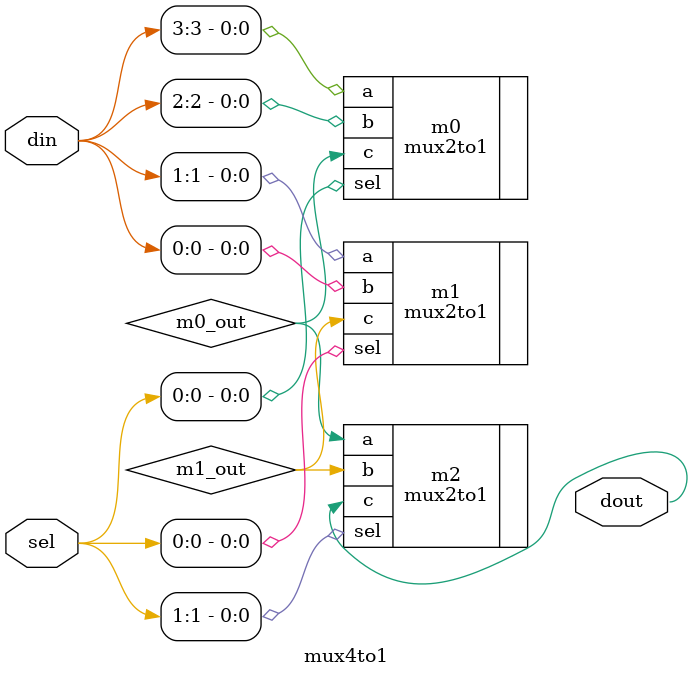
<source format=v>
module mux4to1(din, sel, dout);

input [3:0]din;
input [1:0]sel;
output dout;

wire m0_out, m1out;

mux2to1 m0(.a(din[3]),
           .b(din[2]),
			  .sel(sel[0]),
			  .c(m0_out));

mux2to1 m1(.a(din[1]),
           .b(din[0]),
			  .sel(sel[0]),
			  .c(m1_out));

mux2to1 m2(.a(m0_out),
           .b(m1_out),
			  .sel(sel[1]),
			  .c(dout));
endmodule

</source>
